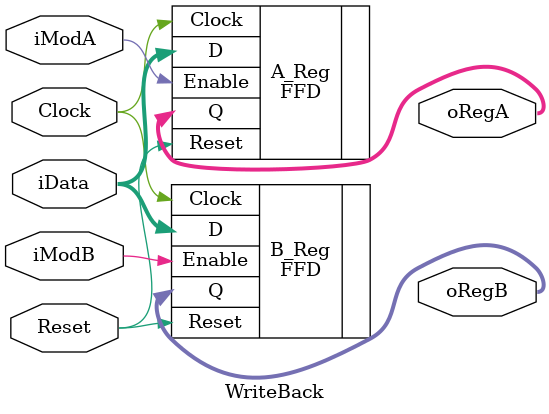
<source format=v>
/*
		Write Back:
			-	Maganages the logic to modify the general purpose 
				registers, and gives given registers to the rest of the 
				modules.
*/
module WriteBack
(
	input wire	 		Clock,		// 	Input Clock
	input wire 		Reset,		// 	Reset signal
	output wire [7:0]	oRegA,		//	Reg A
	output wire [7:0]	oRegB,		//	Reg B
	input wire  [7:0]	iData,		//	Input Data
	input wire 		iModA,		// 	Flag to modificate Reg A
	input wire 		iModB		// 	Flag to modificate Reg B
);

// --------------------- //
//           A           //
// --------------------- //

FFD # ( 8 ) A_Reg 
(
	.Clock	(Clock),
	.Reset	(Reset),
	.Enable	(iModA),
	.D		(iData),
	.Q		(oRegA)
);

// --------------------- //
//           B           //
// --------------------- //

FFD # ( 8 ) B_Reg 
(
	.Clock	(Clock),
	.Reset	(Reset),
	.Enable	(iModB),
	.D		(iData),
	.Q		(oRegB)
);

////////////////////////////////////////////////////////////////////////
endmodule

</source>
